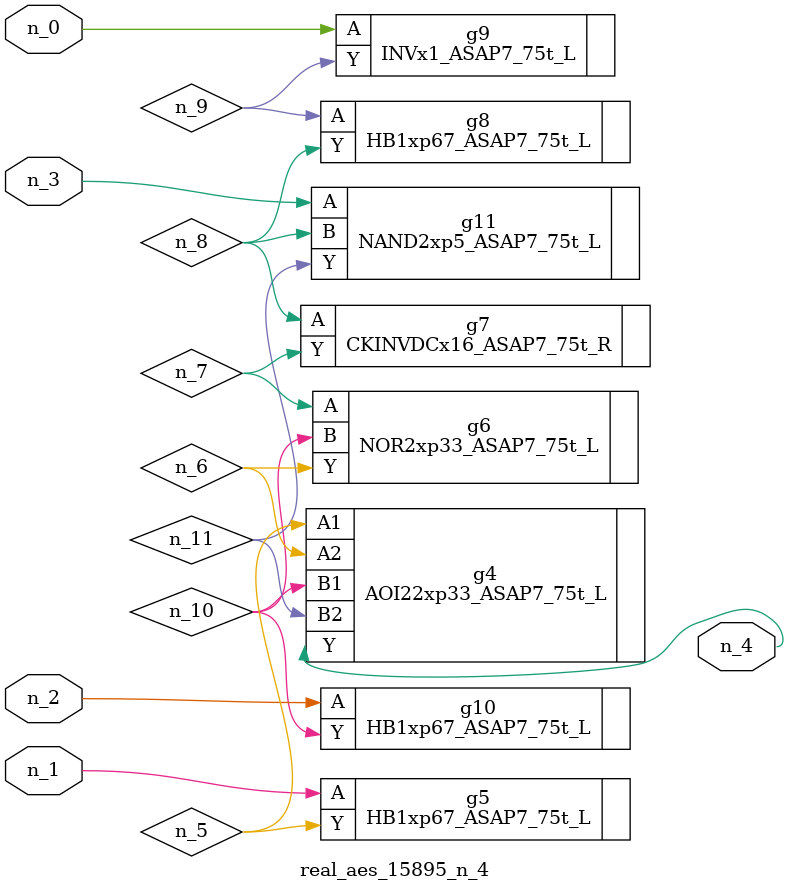
<source format=v>
module real_aes_15895_n_4 (n_0, n_3, n_2, n_1, n_4);
input n_0;
input n_3;
input n_2;
input n_1;
output n_4;
wire n_5;
wire n_7;
wire n_8;
wire n_6;
wire n_9;
wire n_10;
wire n_11;
INVx1_ASAP7_75t_L g9 ( .A(n_0), .Y(n_9) );
HB1xp67_ASAP7_75t_L g5 ( .A(n_1), .Y(n_5) );
HB1xp67_ASAP7_75t_L g10 ( .A(n_2), .Y(n_10) );
NAND2xp5_ASAP7_75t_L g11 ( .A(n_3), .B(n_8), .Y(n_11) );
AOI22xp33_ASAP7_75t_L g4 ( .A1(n_5), .A2(n_6), .B1(n_10), .B2(n_11), .Y(n_4) );
NOR2xp33_ASAP7_75t_L g6 ( .A(n_7), .B(n_10), .Y(n_6) );
CKINVDCx16_ASAP7_75t_R g7 ( .A(n_8), .Y(n_7) );
HB1xp67_ASAP7_75t_L g8 ( .A(n_9), .Y(n_8) );
endmodule
</source>
